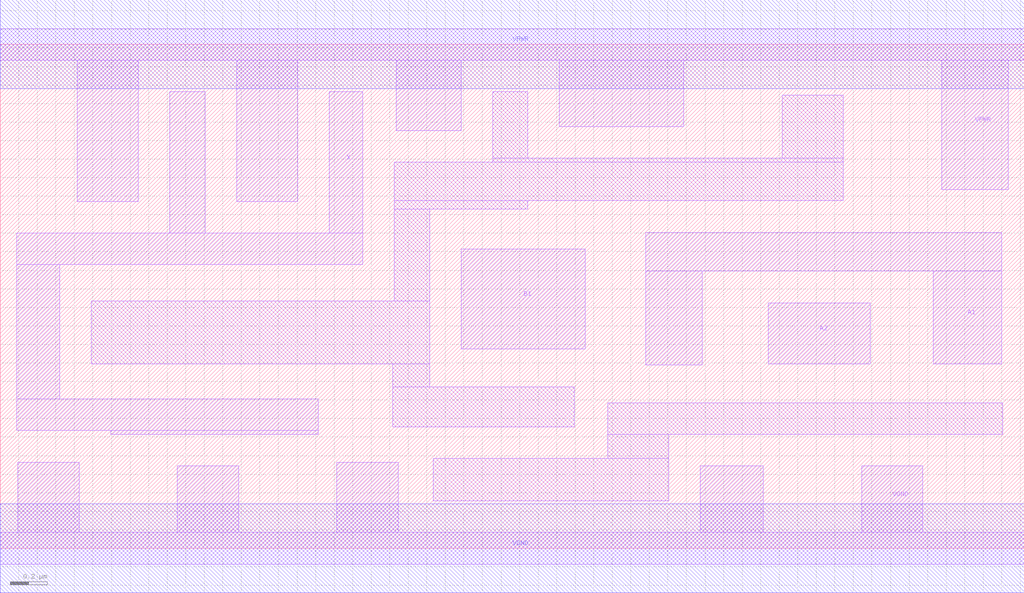
<source format=lef>
# Copyright 2020 The SkyWater PDK Authors
#
# Licensed under the Apache License, Version 2.0 (the "License");
# you may not use this file except in compliance with the License.
# You may obtain a copy of the License at
#
#     https://www.apache.org/licenses/LICENSE-2.0
#
# Unless required by applicable law or agreed to in writing, software
# distributed under the License is distributed on an "AS IS" BASIS,
# WITHOUT WARRANTIES OR CONDITIONS OF ANY KIND, either express or implied.
# See the License for the specific language governing permissions and
# limitations under the License.
#
# SPDX-License-Identifier: Apache-2.0

VERSION 5.5 ;
NAMESCASESENSITIVE ON ;
BUSBITCHARS "[]" ;
DIVIDERCHAR "/" ;
MACRO sky130_fd_sc_hd__o21a_4
  CLASS CORE ;
  SOURCE USER ;
  ORIGIN  0.000000  0.000000 ;
  SIZE  5.520000 BY  2.720000 ;
  SYMMETRY X Y R90 ;
  SITE unithd ;
  PIN A1
    ANTENNAGATEAREA  0.495000 ;
    DIRECTION INPUT ;
    USE SIGNAL ;
    PORT
      LAYER li1 ;
        RECT 3.480000 0.990000 3.785000 1.495000 ;
        RECT 3.480000 1.495000 5.400000 1.705000 ;
        RECT 5.030000 0.995000 5.400000 1.495000 ;
    END
  END A1
  PIN A2
    ANTENNAGATEAREA  0.495000 ;
    DIRECTION INPUT ;
    USE SIGNAL ;
    PORT
      LAYER li1 ;
        RECT 4.140000 0.995000 4.690000 1.325000 ;
    END
  END A2
  PIN B1
    ANTENNAGATEAREA  0.495000 ;
    DIRECTION INPUT ;
    USE SIGNAL ;
    PORT
      LAYER li1 ;
        RECT 2.485000 1.075000 3.155000 1.615000 ;
    END
  END B1
  PIN X
    ANTENNADIFFAREA  0.924000 ;
    DIRECTION OUTPUT ;
    USE SIGNAL ;
    PORT
      LAYER li1 ;
        RECT 0.090000 0.635000 1.715000 0.805000 ;
        RECT 0.090000 0.805000 0.320000 1.530000 ;
        RECT 0.090000 1.530000 1.955000 1.700000 ;
        RECT 0.595000 0.615000 1.715000 0.635000 ;
        RECT 0.915000 1.700000 1.105000 2.465000 ;
        RECT 1.775000 1.700000 1.955000 2.465000 ;
    END
  END X
  PIN VGND
    DIRECTION INOUT ;
    SHAPE ABUTMENT ;
    USE GROUND ;
    PORT
      LAYER li1 ;
        RECT 0.000000 -0.085000 5.520000 0.085000 ;
        RECT 0.095000  0.085000 0.425000 0.465000 ;
        RECT 0.955000  0.085000 1.285000 0.445000 ;
        RECT 1.815000  0.085000 2.145000 0.465000 ;
        RECT 3.775000  0.085000 4.115000 0.445000 ;
        RECT 4.645000  0.085000 4.975000 0.445000 ;
    END
    PORT
      LAYER met1 ;
        RECT 0.000000 -0.240000 5.520000 0.240000 ;
    END
  END VGND
  PIN VPWR
    DIRECTION INOUT ;
    SHAPE ABUTMENT ;
    USE POWER ;
    PORT
      LAYER li1 ;
        RECT 0.000000 2.635000 5.520000 2.805000 ;
        RECT 0.415000 1.870000 0.745000 2.635000 ;
        RECT 1.275000 1.870000 1.605000 2.635000 ;
        RECT 2.135000 2.255000 2.485000 2.635000 ;
        RECT 3.015000 2.275000 3.685000 2.635000 ;
        RECT 5.075000 1.935000 5.435000 2.635000 ;
    END
    PORT
      LAYER met1 ;
        RECT 0.000000 2.480000 5.520000 2.960000 ;
    END
  END VPWR
  OBS
    LAYER li1 ;
      RECT 0.490000 0.995000 2.315000 1.335000 ;
      RECT 2.115000 0.655000 3.095000 0.870000 ;
      RECT 2.115000 0.870000 2.315000 0.995000 ;
      RECT 2.125000 1.335000 2.315000 1.830000 ;
      RECT 2.125000 1.830000 2.845000 1.875000 ;
      RECT 2.125000 1.875000 4.545000 2.085000 ;
      RECT 2.335000 0.255000 3.605000 0.485000 ;
      RECT 2.655000 2.085000 4.545000 2.105000 ;
      RECT 2.655000 2.105000 2.845000 2.465000 ;
      RECT 3.275000 0.485000 3.605000 0.615000 ;
      RECT 3.275000 0.615000 5.405000 0.785000 ;
      RECT 4.215000 2.105000 4.545000 2.445000 ;
  END
END sky130_fd_sc_hd__o21a_4
END LIBRARY

</source>
